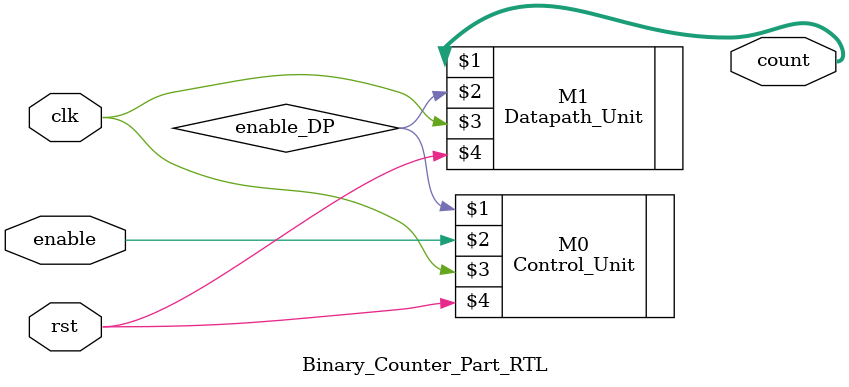
<source format=v>
module Binary_Counter_Part_RTL #(parameter size = 4)(
  output 	[size -1: 0]	count,
  input			enable,
  input			clk, rst
);
  wire			enable_DP;

  Control_Unit  M0 (enable_DP, enable, clk, rst);
  Datapath_Unit M1 (count, enable_DP, clk, rst);
endmodule

</source>
